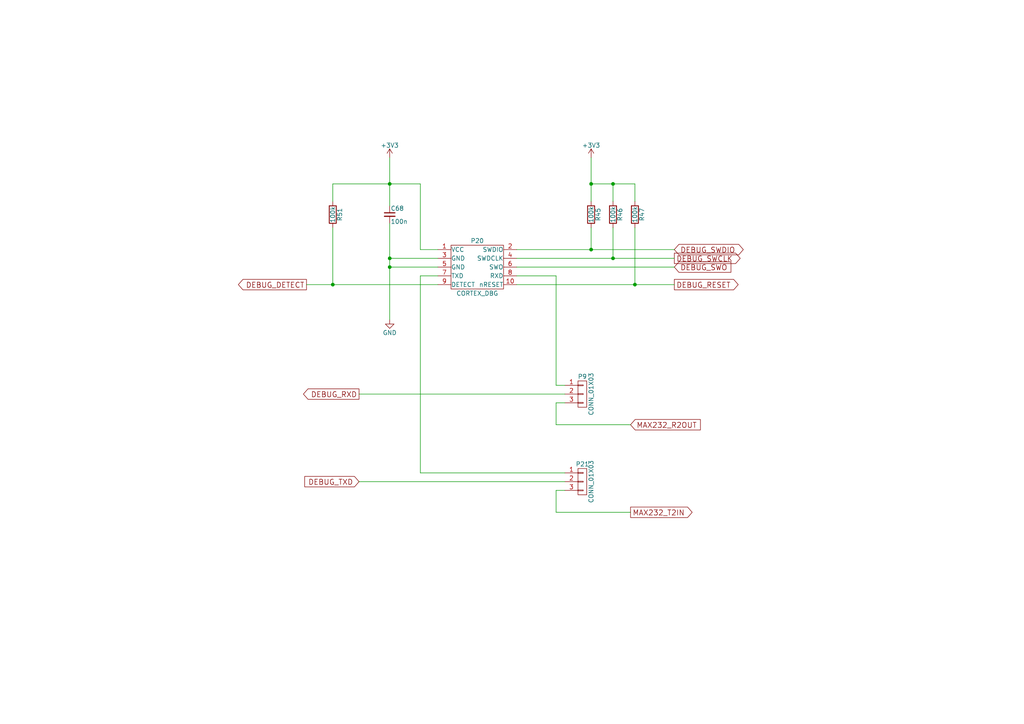
<source format=kicad_sch>
(kicad_sch (version 20231120) (generator "eeschema") (generator_version "8.0")
  (paper "A4")
  (lib_symbols
    (symbol "TEST4-rescue:+3.3V" (power) (pin_names (offset 0))
      (property "Value" "+3.3V" (at 0 3.556 0))
      (symbol "+3.3V_0_1"
        (polyline (pts (xy -0.762 1.27) (xy 0 2.54)))
        (polyline (pts (xy 0 0) (xy 0 2.54)))
        (polyline (pts (xy 0 2.54) (xy 0.762 1.27)))
      )
      (symbol "+3.3V_1_1"
        (pin power_in line (at 0 0 90) (length 0) hide (name "+3V3") (number "1"))
      )
    )
    (symbol "TEST4-rescue:CONN_01X03" (pin_names (offset 1.016) hide)
      (property "Reference" "P" (at 0 5.08 0))
      (property "Value" "CONN_01X03" (at 2.54 0 90))
      (symbol "CONN_01X03_0_1"
        (rectangle (start -1.27 -2.413) (end 0.254 -2.667))
        (rectangle (start -1.27 0.127) (end 0.254 -0.127))
        (rectangle (start -1.27 2.667) (end 0.254 2.413))
        (rectangle (start -1.27 3.81) (end 1.27 -3.81))
      )
      (symbol "CONN_01X03_1_1"
        (pin passive line (at -5.08 2.54 0) (length 3.81) (name "P1") (number "1"))
        (pin passive line (at -5.08 0 0) (length 3.81) (name "P2") (number "2"))
        (pin passive line (at -5.08 -2.54 0) (length 3.81) (name "P3") (number "3"))
      )
    )
    (symbol "TEST4-rescue:CORTEX_DBG" (pin_names (offset 0.0254))
      (property "Reference" "P" (at 0 7.62 0))
      (property "Value" "CORTEX_DBG" (at 0 -7.62 0))
      (symbol "CORTEX_DBG_0_1"
        (rectangle (start -7.62 6.35) (end 7.62 -6.35))
      )
      (symbol "CORTEX_DBG_1_1"
        (pin passive line (at -11.43 5.08 0) (length 3.81) (name "VCC") (number "1"))
        (pin output line (at 11.43 -5.08 180) (length 3.81) (name "nRESET") (number "10"))
        (pin bidirectional line (at 11.43 5.08 180) (length 3.81) (name "SWDIO") (number "2"))
        (pin passive line (at -11.43 2.54 0) (length 3.81) (name "GND") (number "3"))
        (pin output line (at 11.43 2.54 180) (length 3.81) (name "SWDCLK") (number "4"))
        (pin passive line (at -11.43 0 0) (length 3.81) (name "GND") (number "5"))
        (pin input line (at 11.43 0 180) (length 3.81) (name "SWO") (number "6"))
        (pin input line (at -11.43 -2.54 0) (length 3.81) (name "TXD") (number "7"))
        (pin output line (at 11.43 -2.54 180) (length 3.81) (name "RXD") (number "8"))
        (pin passive line (at -11.43 -5.08 0) (length 3.81) (name "DETECT") (number "9"))
      )
    )
    (symbol "TEST4-rescue:C_Small" (pin_numbers hide) (pin_names (offset 0.254) hide)
      (property "Reference" "C" (at 0.254 1.778 0))
      (property "Value" "C_Small" (at 0.254 -2.032 0))
      (symbol "C_Small_0_1"
        (polyline (pts (xy -1.524 -0.508) (xy 1.524 -0.508)) (stroke (width 0.3302)))
        (polyline (pts (xy -1.524 0.508) (xy 1.524 0.508)) (stroke (width 0.3048)))
      )
      (symbol "C_Small_1_1"
        (pin passive line (at 0 2.54 270) (length 2.032) (name "~") (number "1"))
        (pin passive line (at 0 -2.54 90) (length 2.032) (name "~") (number "2"))
      )
    )
    (symbol "TEST4-rescue:GND" (power) (pin_names (offset 0))
      (property "Value" "GND" (at 0 -3.81 0))
      (symbol "GND_0_1"
        (polyline (pts (xy 0 0) (xy 0 -1.27) (xy 1.27 -1.27) (xy 0 -2.54) (xy -1.27 -1.27) (xy 0 -1.27)))
      )
      (symbol "GND_1_1"
        (pin power_in line (at 0 0 270) (length 0) hide (name "GND") (number "1"))
      )
    )
    (symbol "TEST4-rescue:R" (pin_numbers hide) (pin_names (offset 0))
      (property "Reference" "R" (at 2.032 0 90))
      (property "Value" "R" (at 0 0 90))
      (symbol "R_0_1"
        (rectangle (start -1.016 -2.54) (end 1.016 2.54) (stroke (width 0.254)))
      )
      (symbol "R_1_1"
        (pin passive line (at 0 3.81 270) (length 1.27) (name "~") (number "1"))
        (pin passive line (at 0 -3.81 90) (length 1.27) (name "~") (number "2"))
      )
    )
  )
  (junction (at 184.15 82.55))
  (junction (at 113.03 74.93))
  (junction (at 177.8 53.34))
  (junction (at 171.45 72.39))
  (junction (at 171.45 53.34))
  (junction (at 113.03 53.34))
  (junction (at 177.8 74.93))
  (junction (at 113.03 77.47))
  (junction (at 96.52 82.55))
  (wire (pts (xy 177.8 74.93) (xy 195.58 74.93)))
  (wire (pts (xy 96.52 53.34) (xy 113.03 53.34)))
  (wire (pts (xy 195.58 77.47) (xy 149.86 77.47)))
  (wire (pts (xy 184.15 66.04) (xy 184.15 82.55)))
  (wire (pts (xy 88.9 82.55) (xy 96.52 82.55)))
  (wire (pts (xy 127 77.47) (xy 113.03 77.47)))
  (wire (pts (xy 127 74.93) (xy 113.03 74.93)))
  (wire (pts (xy 171.45 45.72) (xy 171.45 53.34)))
  (wire (pts (xy 171.45 53.34) (xy 171.45 58.42)))
  (wire (pts (xy 163.83 116.84) (xy 161.29 116.84)))
  (wire (pts (xy 113.03 74.93) (xy 113.03 77.47)))
  (wire (pts (xy 171.45 53.34) (xy 177.8 53.34)))
  (wire (pts (xy 113.03 77.47) (xy 113.03 92.71)))
  (wire (pts (xy 113.03 53.34) (xy 113.03 59.69)))
  (wire (pts (xy 121.92 80.01) (xy 121.92 137.16)))
  (wire (pts (xy 161.29 142.24) (xy 161.29 148.59)))
  (wire (pts (xy 149.86 74.93) (xy 177.8 74.93)))
  (wire (pts (xy 149.86 82.55) (xy 184.15 82.55)))
  (wire (pts (xy 161.29 80.01) (xy 161.29 111.76)))
  (wire (pts (xy 96.52 58.42) (xy 96.52 53.34)))
  (wire (pts (xy 163.83 114.3) (xy 104.14 114.3)))
  (wire (pts (xy 177.8 53.34) (xy 184.15 53.34)))
  (wire (pts (xy 184.15 53.34) (xy 184.15 58.42)))
  (wire (pts (xy 161.29 123.19) (xy 182.88 123.19)))
  (wire (pts (xy 161.29 116.84) (xy 161.29 123.19)))
  (wire (pts (xy 177.8 58.42) (xy 177.8 53.34)))
  (wire (pts (xy 121.92 137.16) (xy 163.83 137.16)))
  (wire (pts (xy 113.03 45.72) (xy 113.03 53.34)))
  (wire (pts (xy 171.45 66.04) (xy 171.45 72.39)))
  (wire (pts (xy 177.8 66.04) (xy 177.8 74.93)))
  (wire (pts (xy 171.45 72.39) (xy 195.58 72.39)))
  (wire (pts (xy 161.29 111.76) (xy 163.83 111.76)))
  (wire (pts (xy 163.83 142.24) (xy 161.29 142.24)))
  (wire (pts (xy 113.03 53.34) (xy 121.92 53.34)))
  (wire (pts (xy 121.92 53.34) (xy 121.92 72.39)))
  (wire (pts (xy 113.03 64.77) (xy 113.03 74.93)))
  (wire (pts (xy 149.86 80.01) (xy 161.29 80.01)))
  (wire (pts (xy 104.14 139.7) (xy 163.83 139.7)))
  (wire (pts (xy 96.52 82.55) (xy 127 82.55)))
  (wire (pts (xy 96.52 66.04) (xy 96.52 82.55)))
  (wire (pts (xy 127 80.01) (xy 121.92 80.01)))
  (wire (pts (xy 121.92 72.39) (xy 127 72.39)))
  (wire (pts (xy 161.29 148.59) (xy 182.88 148.59)))
  (wire (pts (xy 184.15 82.55) (xy 195.58 82.55)))
  (wire (pts (xy 149.86 72.39) (xy 171.45 72.39)))
  (global_label "MAX232_T2IN" (shape output) (at 182.88 148.59 0) (effects (font (size 1.524 1.524))) (property "Intersheetrefs" "${INTERSHEET_REFS}" (effects (hide yes))))
  (global_label "MAX232_R2OUT" (shape input) (at 182.88 123.19 0) (effects (font (size 1.524 1.524))) (property "Intersheetrefs" "${INTERSHEET_REFS}" (effects (hide yes))))
  (global_label "DEBUG_SWDIO" (shape bidirectional) (at 195.58 72.39 0) (effects (font (size 1.524 1.524))) (property "Intersheetrefs" "${INTERSHEET_REFS}" (effects (hide yes))))
  (global_label "DEBUG_SWCLK" (shape output) (at 195.58 74.93 0) (effects (font (size 1.524 1.524))) (property "Intersheetrefs" "${INTERSHEET_REFS}" (effects (hide yes))))
  (global_label "DEBUG_TXD" (shape input) (at 104.14 139.7 180) (effects (font (size 1.524 1.524))) (property "Intersheetrefs" "${INTERSHEET_REFS}" (effects (hide yes))))
  (global_label "DEBUG_RXD" (shape output) (at 104.14 114.3 180) (effects (font (size 1.524 1.524))) (property "Intersheetrefs" "${INTERSHEET_REFS}" (effects (hide yes))))
  (global_label "DEBUG_SWO" (shape input) (at 195.58 77.47 0) (effects (font (size 1.524 1.524))) (property "Intersheetrefs" "${INTERSHEET_REFS}" (effects (hide yes))))
  (global_label "DEBUG_RESET" (shape output) (at 195.58 82.55 0) (effects (font (size 1.524 1.524))) (property "Intersheetrefs" "${INTERSHEET_REFS}" (effects (hide yes))))
  (global_label "DEBUG_DETECT" (shape output) (at 88.9 82.55 180) (effects (font (size 1.524 1.524))) (property "Intersheetrefs" "${INTERSHEET_REFS}" (effects (hide yes))))
  (symbol (lib_name "TEST4-rescue:GND") (lib_id "TEST4-rescue:GND") (at 113.03 92.71 0) (unit 1)
    (property "Reference" "#PWR0115" (effects (hide yes)))
    (property "Value" "GND" (at 113.03 96.52 0))
  )
  (symbol (lib_name "TEST4-rescue:+3.3V") (lib_id "TEST4-rescue:+3.3V") (at 113.03 45.72 0) (unit 1)
    (property "Reference" "#PWR0116" (effects (hide yes)))
    (property "Value" "+3V3" (at 113.03 42.164 0))
  )
  (symbol (lib_name "TEST4-rescue:C_Small") (lib_id "TEST4-rescue:C_Small") (at 113.03 62.23 0) (unit 1)
    (property "Reference" "C68" (at 113.284 60.452 0) (effects (justify left)))
    (property "Value" "100n" (at 113.284 64.262 0) (effects (justify left)))
    (property "Footprint" "mylib:C_1206" (effects (hide yes)))
  )
  (symbol (lib_name "TEST4-rescue:R") (lib_id "TEST4-rescue:R") (at 171.45 62.23 0) (unit 1)
    (property "Reference" "R45" (at 173.482 62.23 90))
    (property "Value" "100k" (at 171.45 62.23 90))
    (property "Footprint" "mylib:R_1206" (effects (hide yes)))
  )
  (symbol (lib_name "TEST4-rescue:R") (lib_id "TEST4-rescue:R") (at 177.8 62.23 0) (unit 1)
    (property "Reference" "R46" (at 179.832 62.23 90))
    (property "Value" "100k" (at 177.8 62.23 90))
    (property "Footprint" "mylib:R_1206" (effects (hide yes)))
  )
  (symbol (lib_name "TEST4-rescue:R") (lib_id "TEST4-rescue:R") (at 184.15 62.23 0) (unit 1)
    (property "Reference" "R47" (at 186.182 62.23 90))
    (property "Value" "100k" (at 184.15 62.23 90))
    (property "Footprint" "mylib:R_1206" (effects (hide yes)))
  )
  (symbol (lib_name "TEST4-rescue:+3.3V") (lib_id "TEST4-rescue:+3.3V") (at 171.45 45.72 0) (unit 1)
    (property "Reference" "#PWR0117" (effects (hide yes)))
    (property "Value" "+3V3" (at 171.45 42.164 0))
  )
  (symbol (lib_name "TEST4-rescue:R") (lib_id "TEST4-rescue:R") (at 96.52 62.23 0) (unit 1)
    (property "Reference" "R51" (at 98.552 62.23 90))
    (property "Value" "100k" (at 96.52 62.23 90))
    (property "Footprint" "mylib:R_1206" (effects (hide yes)))
  )
  (symbol (lib_name "TEST4-rescue:CORTEX_DBG") (lib_id "TEST4-rescue:CORTEX_DBG") (at 138.43 77.47 0) (unit 1)
    (property "Reference" "P20" (at 138.43 69.85 0))
    (property "Value" "CORTEX_DBG" (at 138.43 85.09 0))
    (property "Footprint" "mylib:box_header_2x5x2.54_straight" (effects (hide yes)))
  )
  (symbol (lib_name "TEST4-rescue:CONN_01X03") (lib_id "TEST4-rescue:CONN_01X03") (at 168.91 139.7 0) (unit 1)
    (property "Reference" "P21" (at 168.91 134.62 0))
    (property "Value" "CONN_01X03" (at 171.45 139.7 90))
    (property "Footprint" "mylib:Pin_Header_Straight_1x03" (effects (hide yes)))
  )
  (symbol (lib_name "TEST4-rescue:CONN_01X03") (lib_id "TEST4-rescue:CONN_01X03") (at 168.91 114.3 0) (unit 1)
    (property "Reference" "P9" (at 168.91 109.22 0))
    (property "Value" "CONN_01X03" (at 171.45 114.3 90))
    (property "Footprint" "mylib:Pin_Header_Straight_1x03" (effects (hide yes)))
  )
)
</source>
